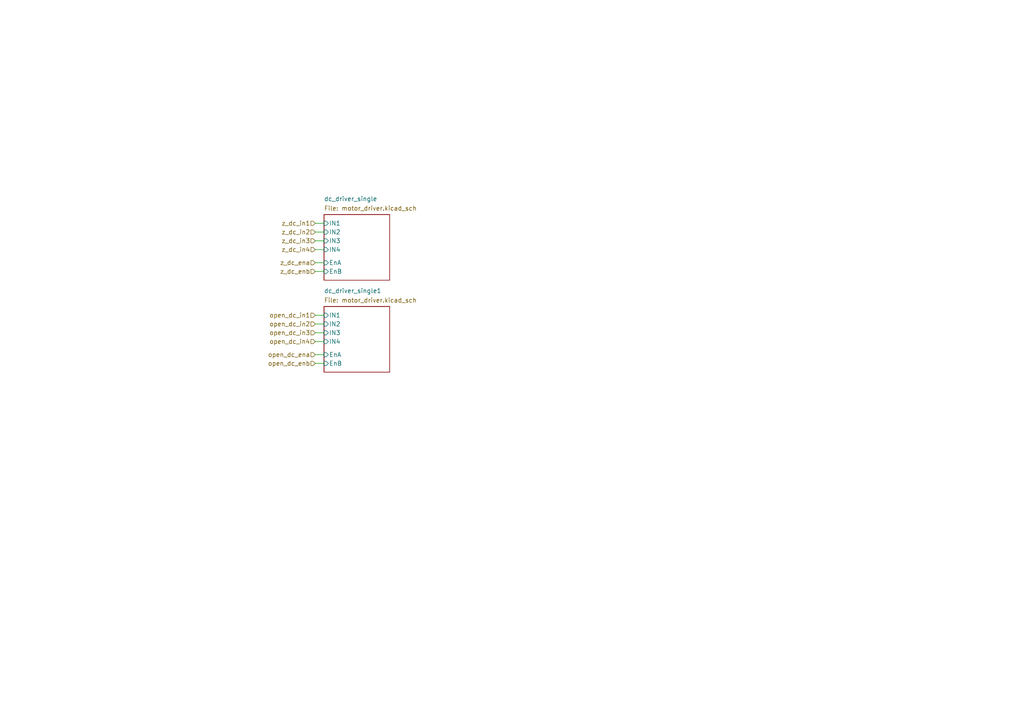
<source format=kicad_sch>
(kicad_sch (version 20230121) (generator eeschema)
  (paper "A4")
  (lib_symbols)
  (wire (pts (xy 91.44 93.98) (xy 93.98 93.98)))
  (wire (pts (xy 91.44 72.39) (xy 93.98 72.39)))
  (wire (pts (xy 91.44 96.52) (xy 93.98 96.52)))
  (wire (pts (xy 91.44 102.87) (xy 93.98 102.87)))
  (wire (pts (xy 91.44 105.41) (xy 93.98 105.41)))
  (wire (pts (xy 91.44 91.44) (xy 93.98 91.44)))
  (wire (pts (xy 91.44 64.77) (xy 93.98 64.77)))
  (wire (pts (xy 91.44 76.2) (xy 93.98 76.2)))
  (wire (pts (xy 91.44 99.06) (xy 93.98 99.06)))
  (wire (pts (xy 91.44 69.85) (xy 93.98 69.85)))
  (wire (pts (xy 91.44 67.31) (xy 93.98 67.31)))
  (wire (pts (xy 91.44 78.74) (xy 93.98 78.74)))
  (hierarchical_label "open_dc_in2" (shape input) (at 91.44 93.98 180))
  (hierarchical_label "open_dc_in4" (shape input) (at 91.44 99.06 180))
  (hierarchical_label "z_dc_ena" (shape input) (at 91.44 76.2 180))
  (hierarchical_label "open_dc_enb" (shape input) (at 91.44 105.41 180))
  (hierarchical_label "z_dc_in2" (shape input) (at 91.44 67.31 180))
  (hierarchical_label "z_dc_in4" (shape input) (at 91.44 72.39 180))
  (hierarchical_label "open_dc_in3" (shape input) (at 91.44 96.52 180))
  (hierarchical_label "z_dc_in1" (shape input) (at 91.44 64.77 180))
  (hierarchical_label "open_dc_ena" (shape input) (at 91.44 102.87 180))
  (hierarchical_label "z_dc_enb" (shape input) (at 91.44 78.74 180))
  (hierarchical_label "z_dc_in3" (shape input) (at 91.44 69.85 180))
  (hierarchical_label "open_dc_in1" (shape input) (at 91.44 91.44 180))
  (sheet (at 93.98 62.23) (size 19.05 19.05) (stroke (width 0.1524))
    (property "Sheetname" "dc_driver_single" (at 93.98 58.42 0) (effects (justify left bottom)))
    (property "Sheetfile" "motor_driver.kicad_sch" (at 93.98 59.69 0) (effects (justify left top)))
    (pin "IN1" input (at 93.98 64.77 180))
    (pin "IN2" input (at 93.98 67.31 180))
    (pin "EnA" input (at 93.98 76.2 180))
    (pin "EnB" input (at 93.98 78.74 180))
    (pin "IN4" input (at 93.98 72.39 180))
    (pin "IN3" input (at 93.98 69.85 180))
  )
  (sheet (at 93.98 88.9) (size 19.05 19.05) (stroke (width 0.1524))
    (property "Sheetname" "dc_driver_single1" (at 93.98 85.09 0) (effects (justify left bottom)))
    (property "Sheetfile" "motor_driver.kicad_sch" (at 93.98 86.36 0) (effects (justify left top)))
    (pin "IN1" input (at 93.98 91.44 180))
    (pin "IN2" input (at 93.98 93.98 180))
    (pin "EnA" input (at 93.98 102.87 180))
    (pin "EnB" input (at 93.98 105.41 180))
    (pin "IN4" input (at 93.98 99.06 180))
    (pin "IN3" input (at 93.98 96.52 180))
  )
)
</source>
